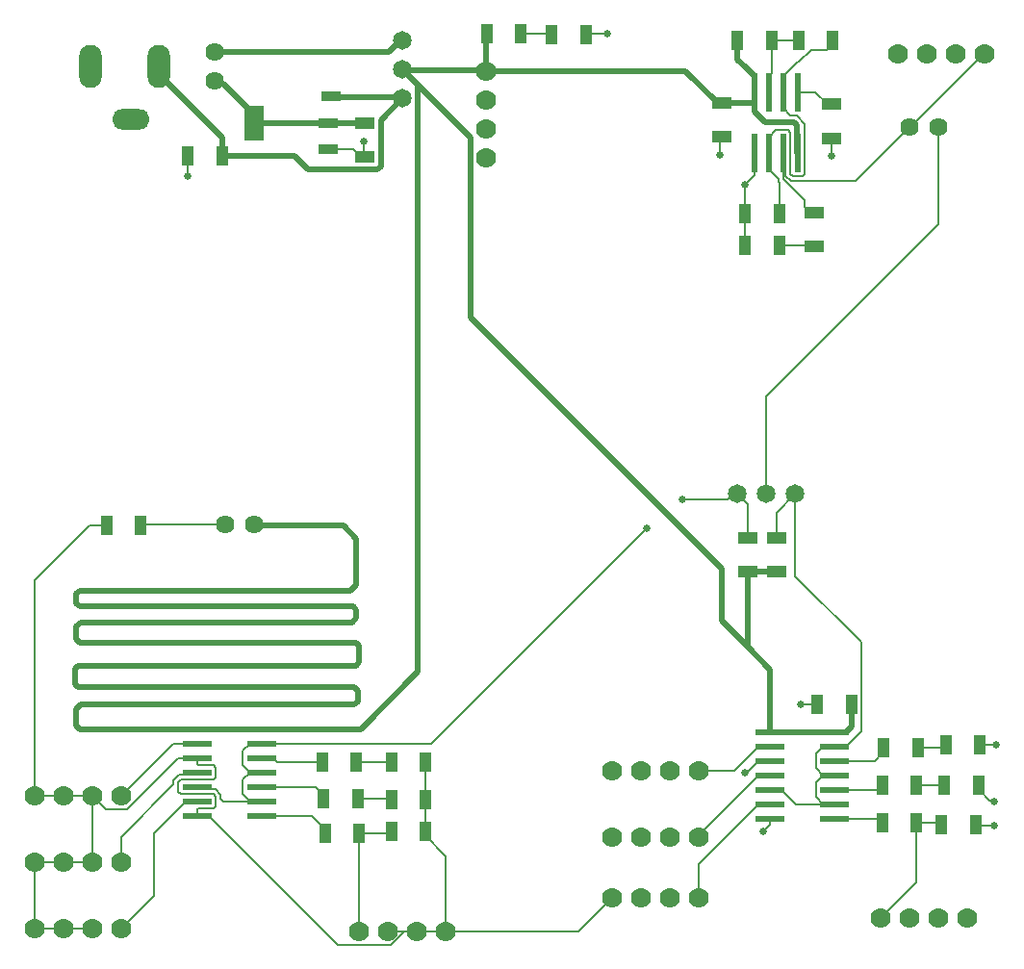
<source format=gtl>
G04*
G04 #@! TF.GenerationSoftware,Altium Limited,Altium Designer,24.1.2 (44)*
G04*
G04 Layer_Physical_Order=1*
G04 Layer_Color=255*
%FSLAX44Y44*%
%MOMM*%
G71*
G04*
G04 #@! TF.SameCoordinates,1CDE90F2-DCA2-4B6B-BF69-51DDCCDC9EC5*
G04*
G04*
G04 #@! TF.FilePolarity,Positive*
G04*
G01*
G75*
%ADD10C,0.5080*%
%ADD14C,0.1524*%
%ADD19R,1.8034X1.1176*%
%ADD20R,0.6000X3.4000*%
%ADD21R,1.1176X1.8034*%
%ADD22R,2.6500X0.6000*%
%ADD23R,1.7000X3.0988*%
%ADD24R,1.7000X0.8382*%
%ADD38C,1.7780*%
%ADD39C,1.6500*%
%ADD40C,1.6200*%
%ADD41O,2.0000X3.8000*%
%ADD42O,3.3000X1.8000*%
%ADD43C,0.6350*%
D10*
X635000Y353060D02*
X657860Y330200D01*
Y396494D01*
Y330200D02*
X677760Y310300D01*
X657860Y396494D02*
X683260D01*
X414020Y619760D02*
X635000Y398780D01*
X677760Y255270D02*
Y310300D01*
X635000Y353060D02*
Y398780D01*
X414020Y619760D02*
Y778510D01*
X317500Y257810D02*
X367660Y307970D01*
X229870Y257810D02*
X317500D01*
X749046Y260006D02*
Y279400D01*
X744310Y255270D02*
X749046Y260006D01*
X734060Y255270D02*
X744310D01*
X677760D02*
X734060D01*
X367660Y824870D02*
X414020Y778510D01*
X354965Y837565D02*
X367660Y824870D01*
X354330Y838200D02*
X354965Y837565D01*
X367660Y307970D02*
Y824870D01*
X314960Y282376D02*
Y291664D01*
X311984Y294640D02*
X314960Y291664D01*
X311984Y279400D02*
X314960Y282376D01*
X71120Y279400D02*
X311984D01*
X69016Y294640D02*
X311984D01*
X292302Y813562D02*
X353568D01*
X335407Y793877D02*
X354330Y812800D01*
X335407Y753292D02*
Y793877D01*
X353568Y813562D02*
X354330Y812800D01*
X271245Y750316D02*
X332431D01*
X335407Y753292D01*
X67310Y368736D02*
Y376754D01*
X70286Y365760D02*
X310714D01*
X67310Y368736D02*
X70286Y365760D01*
Y379730D02*
X308610D01*
X67310Y376754D02*
X70286Y379730D01*
X66040Y297616D02*
X69016Y294640D01*
X66040Y297616D02*
Y310714D01*
X67310Y275590D02*
X71120Y279400D01*
X67310Y260786D02*
Y275590D01*
X70286Y257810D02*
X173570D01*
X67310Y260786D02*
X70286Y257810D01*
X316230Y316666D02*
Y331034D01*
X66040Y310714D02*
X69016Y313690D01*
X313254D01*
X316230Y316666D01*
X313254Y334010D02*
X316230Y331034D01*
X70286Y334010D02*
X313254D01*
X67310Y336986D02*
Y347980D01*
Y336986D02*
X70286Y334010D01*
X71120Y351790D02*
X309880D01*
X67310Y347980D02*
X71120Y351790D01*
X173570Y257810D02*
X229870D01*
X224790Y436880D02*
X302260D01*
X223520Y438150D02*
X224790Y436880D01*
X302260D02*
X313690Y425450D01*
Y384810D02*
Y425450D01*
X308610Y379730D02*
X313690Y384810D01*
X310714Y365760D02*
X313690Y362784D01*
Y355600D02*
Y362784D01*
X309880Y351790D02*
X313690Y355600D01*
X673590Y791990D02*
X698394D01*
X701370Y789014D01*
Y764822D02*
Y789014D01*
X663730Y809196D02*
X664190Y808736D01*
Y801390D02*
Y808736D01*
Y801390D02*
X673590Y791990D01*
X663730Y809196D02*
Y818362D01*
X648970Y846963D02*
X655926Y840007D01*
X648970Y846963D02*
Y863600D01*
X663730Y818362D02*
Y832362D01*
X656086Y840007D02*
X663730Y832362D01*
X655926Y840007D02*
X656086D01*
X663270Y808736D02*
X663730Y809196D01*
X635000Y808736D02*
X663270D01*
X427990Y836930D02*
X603377D01*
X631571Y808736D01*
X635000D01*
X259561Y762000D02*
X271245Y750316D01*
X195326Y762000D02*
X259561D01*
X428117Y869823D02*
X428244Y869950D01*
X427990Y836930D02*
X428117Y837057D01*
Y869823D01*
X224040Y791210D02*
X289040D01*
X289167Y791083D02*
X321183D01*
X321310Y790956D01*
X289040Y791210D02*
X289167Y791083D01*
X291540Y814324D02*
X292302Y813562D01*
X354965Y837565D02*
X427355D01*
X427990Y836930D01*
X189230Y853440D02*
X342047D01*
X352206Y863600D01*
X354330D01*
X196332Y825912D02*
X224040Y798204D01*
X191358Y825912D02*
X196332D01*
X224040Y791210D02*
Y798204D01*
X189230Y828040D02*
X191358Y825912D01*
X140010Y833953D02*
Y840740D01*
Y833953D02*
X195326Y778637D01*
Y762000D02*
Y778637D01*
D14*
X392430Y80010D02*
X509270D01*
X538480Y109220D01*
X55880Y140970D02*
X81280D01*
X30480D02*
X55880D01*
Y199390D02*
X81280D01*
X30480D02*
X55880D01*
Y82550D02*
X81280D01*
X30480D02*
X55880D01*
X30480D02*
Y140970D01*
Y199390D02*
Y388620D01*
X78740Y436880D01*
X683260Y448310D02*
X699770Y464820D01*
X683260Y426466D02*
Y448310D01*
X699770Y392480D02*
Y464820D01*
Y392480D02*
X757936Y334314D01*
X648970Y464820D02*
X657860Y455930D01*
Y426466D02*
Y455930D01*
X317881Y760730D02*
X320040Y762889D01*
Y774700D01*
X310769Y768096D02*
X317881Y760984D01*
X321310D01*
X655320Y711454D02*
X655574Y711200D01*
X655320Y736600D02*
X663730Y745010D01*
Y764362D01*
X655320Y711454D02*
Y736600D01*
X731520Y762000D02*
Y777748D01*
X374396Y195580D02*
Y228600D01*
X515366Y868680D02*
X516636Y869950D01*
X534670D01*
X859536Y172720D02*
X875030D01*
X858266Y173990D02*
X859536Y172720D01*
X860806Y204851D02*
Y208280D01*
Y204851D02*
X870424Y195233D01*
X874107D01*
X875030Y194310D01*
X862076Y243840D02*
X876300D01*
X774700Y91440D02*
X806196Y122936D01*
Y175260D01*
X860806Y208280D02*
X862076Y209550D01*
X806196Y175260D02*
X827024D01*
X828294Y173990D01*
X806196Y208280D02*
X830834D01*
X829564Y241300D02*
X832104Y243840D01*
X807466Y241300D02*
X829564D01*
X734480Y179070D02*
X772414D01*
X776224Y175260D01*
X772414Y204470D02*
X776224Y208280D01*
X734480Y204470D02*
X772414D01*
X734480Y229870D02*
X769493D01*
X777494Y237871D01*
Y241300D01*
X367030Y80010D02*
X392430D01*
X355701D02*
X367030D01*
X341630D02*
X355701D01*
X297612Y67818D02*
X343509D01*
X355701Y80010D01*
X183820Y181610D02*
X297612Y67818D01*
X392430Y80010D02*
Y146177D01*
X315976Y166370D02*
X316230Y166116D01*
Y80010D02*
Y166116D01*
X374396Y167640D02*
Y195580D01*
Y164211D02*
X392430Y146177D01*
X286004Y166370D02*
Y169799D01*
X230290Y181610D02*
X274193D01*
X286004Y169799D01*
X278003Y207010D02*
X284734Y200279D01*
X230290Y207010D02*
X278003D01*
X284734Y196850D02*
Y200279D01*
X244350Y228600D02*
X283464D01*
X240540Y232410D02*
X244350Y228600D01*
X230290Y232410D02*
X240540D01*
X313436Y228600D02*
X344424D01*
X314706Y196850D02*
X343154D01*
X344424Y195580D01*
X343154Y166370D02*
X344424Y167640D01*
X315976Y166370D02*
X343154D01*
X639837Y459740D02*
X644918Y464820D01*
X648970D01*
X600710Y459740D02*
X639837D01*
X379730Y245110D02*
X568960Y434340D01*
X674370Y550586D02*
X825500Y701716D01*
Y787400D01*
X674370Y464820D02*
Y550586D01*
X78740Y436880D02*
X93980D01*
X658273Y220633D02*
X667510Y229870D01*
X677760D01*
X656243Y220633D02*
X658273D01*
X655320Y219710D02*
X656243Y220633D01*
X677760Y173570D02*
Y179070D01*
X671830Y167640D02*
X677760Y173570D01*
X704850Y279400D02*
X719074D01*
X655574Y683260D02*
Y711200D01*
X633730Y777494D02*
X635000Y778764D01*
X633730Y763270D02*
Y777494D01*
X165100Y761746D02*
X165354Y762000D01*
X165100Y744220D02*
Y761746D01*
X734480Y242570D02*
X744730D01*
X757936Y255776D01*
Y334314D01*
X724230Y191770D02*
X734480D01*
X700710D02*
X724230D01*
X688010Y204470D02*
X700710Y191770D01*
X677760Y204470D02*
X688010D01*
X717928Y198072D02*
Y210868D01*
Y198072D02*
X724230Y191770D01*
X717928Y210868D02*
X724230Y217170D01*
X734480D01*
X717928Y223472D02*
X724230Y217170D01*
X717928Y223472D02*
Y236268D01*
X724230Y242570D01*
X734480D01*
X667510Y191770D02*
X677760D01*
X614680Y109220D02*
Y138940D01*
X667510Y191770D01*
X614680Y164340D02*
X667510Y217170D01*
X614680Y162560D02*
Y164340D01*
X667510Y217170D02*
X677760D01*
X645920Y220980D02*
X667510Y242570D01*
X614680Y220980D02*
X645920D01*
X667510Y242570D02*
X677760D01*
X173570Y227124D02*
Y232410D01*
Y227124D02*
X174682Y226012D01*
X158952Y213312D02*
X188092D01*
X174682Y226012D02*
X188188D01*
X159048Y200612D02*
X188188D01*
X190122Y198678D01*
Y189942D02*
Y198678D01*
X157269Y217376D02*
X160986D01*
X157018Y202642D02*
X159048Y200612D01*
X160986Y217376D02*
X163320Y219710D01*
X188092Y213312D02*
X190122Y215342D01*
X106680Y163070D02*
X152954Y209344D01*
X190122Y215342D02*
Y224078D01*
X194186Y196644D02*
X196520Y194310D01*
X173570Y186896D02*
X174682Y188008D01*
X183820Y207010D02*
X186154Y204676D01*
X157018Y202642D02*
Y211378D01*
X158952Y213312D01*
X194186Y196644D02*
Y200361D01*
X188188Y226012D02*
X190122Y224078D01*
X186154Y204676D02*
X189871D01*
X152954Y209344D02*
Y213061D01*
X174682Y188008D02*
X188188D01*
X189871Y204676D02*
X194186Y200361D01*
X188188Y188008D02*
X190122Y189942D01*
X152954Y213061D02*
X157269Y217376D01*
X173570Y181610D02*
Y186896D01*
Y181610D02*
X183820D01*
X865505Y852170D02*
X866140D01*
X800735Y787400D02*
X865505Y852170D01*
X800100Y787400D02*
X800735D01*
X81280Y140970D02*
Y199390D01*
X93472Y187198D01*
X156942Y232410D02*
X173570D01*
X111730Y187198D02*
X156942Y232410D01*
X93472Y187198D02*
X111730D01*
X106680Y82550D02*
X135436Y111306D01*
X163320Y194310D02*
X173570D01*
X135436Y166426D02*
X163320Y194310D01*
X135436Y111306D02*
Y166426D01*
X163320Y219710D02*
X173570D01*
X106680Y140970D02*
Y163070D01*
Y199390D02*
X152400Y245110D01*
X173570D01*
X220040Y194310D02*
X230290D01*
X196520D02*
X220040D01*
X173570Y207010D02*
X183820D01*
X213738Y200612D02*
X220040Y194310D01*
X213738Y200612D02*
Y213408D01*
X220040Y219710D01*
X230290D01*
X213738Y226012D02*
X220040Y219710D01*
X213738Y226012D02*
Y238808D01*
X220040Y245110D01*
X230290D01*
X379730D01*
X125222Y438150D02*
X198120D01*
X123952Y436880D02*
X125222Y438150D01*
X685546Y711200D02*
Y739224D01*
X685066Y739705D02*
Y741726D01*
Y739705D02*
X685546Y739224D01*
X676430Y750362D02*
X685066Y741726D01*
X712851Y712216D02*
X716280D01*
X708025Y717042D02*
X712851Y712216D01*
X708025Y717042D02*
Y723136D01*
X689130Y742031D02*
X708025Y723136D01*
X689130Y742031D02*
Y764362D01*
X676430Y750362D02*
Y764362D01*
Y778363D01*
X752696Y739996D02*
X800100Y787400D01*
X695480Y746043D02*
Y782682D01*
Y746043D02*
X697462Y744060D01*
X715264Y683260D02*
X716280Y682244D01*
X685546Y683260D02*
X715264D01*
X695779Y739996D02*
X752696D01*
X691368Y744407D02*
X695779Y739996D01*
X691368Y744407D02*
Y762124D01*
X689130Y764362D02*
X691368Y762124D01*
X697462Y744060D02*
X706197D01*
X708132Y745995D02*
Y790514D01*
X676430Y778363D02*
X682732Y784664D01*
X693497D02*
X695480Y782682D01*
X706197Y744060D02*
X708132Y745995D01*
X700814Y797832D02*
X708132Y790514D01*
X695660Y797832D02*
X700814D01*
X689130Y804362D02*
X695660Y797832D01*
X689130Y804362D02*
Y818362D01*
X682732Y784664D02*
X693497D01*
X727710Y855345D02*
X732536Y860171D01*
X713584Y855345D02*
X727710D01*
X703211Y844973D02*
X713584Y855345D01*
X689130Y818362D02*
Y832362D01*
X732536Y860171D02*
Y863600D01*
X701740Y844973D02*
X703211D01*
X689130Y832362D02*
X701740Y844973D01*
X676430Y832362D02*
X678942Y834875D01*
X676430Y818362D02*
Y832362D01*
X678942Y834875D02*
Y863600D01*
X702564D01*
X728091Y807720D02*
X731520D01*
X701830Y818362D02*
X717449D01*
X728091Y807720D01*
X458216Y869950D02*
X484124D01*
X485394Y868680D01*
X289040Y768096D02*
X310769D01*
D19*
X657860Y426466D02*
D03*
Y396494D02*
D03*
X683260D02*
D03*
Y426466D02*
D03*
X635000Y778764D02*
D03*
Y808736D02*
D03*
X321310Y790956D02*
D03*
Y760984D02*
D03*
X716280Y712216D02*
D03*
Y682244D02*
D03*
X731520Y777748D02*
D03*
Y807720D02*
D03*
D20*
X663730Y818362D02*
D03*
X676430D02*
D03*
X689130D02*
D03*
X701830D02*
D03*
Y764362D02*
D03*
X689130D02*
D03*
X676430D02*
D03*
X663730D02*
D03*
D21*
X860806Y208280D02*
D03*
X830834D02*
D03*
X776224D02*
D03*
X806196D02*
D03*
X776224Y175260D02*
D03*
X806196D02*
D03*
X858266Y173990D02*
D03*
X828294D02*
D03*
X286004Y166370D02*
D03*
X315976D02*
D03*
X374396Y167640D02*
D03*
X344424D02*
D03*
X283464Y228600D02*
D03*
X313436D02*
D03*
X284734Y196850D02*
D03*
X314706D02*
D03*
X374396Y195580D02*
D03*
X344424D02*
D03*
X374396Y228600D02*
D03*
X344424D02*
D03*
X685546Y683260D02*
D03*
X655574D02*
D03*
X685546Y711200D02*
D03*
X655574D02*
D03*
X732536Y863600D02*
D03*
X702564D02*
D03*
X678942D02*
D03*
X648970D02*
D03*
X458216Y869950D02*
D03*
X428244D02*
D03*
X195326Y762000D02*
D03*
X165354D02*
D03*
X515366Y868680D02*
D03*
X485394D02*
D03*
X719074Y279400D02*
D03*
X749046D02*
D03*
X832104Y243840D02*
D03*
X862076D02*
D03*
X807466Y241300D02*
D03*
X777494D02*
D03*
X93980Y436880D02*
D03*
X123952D02*
D03*
D22*
X173570Y257810D02*
D03*
Y245110D02*
D03*
Y232410D02*
D03*
Y219710D02*
D03*
Y207010D02*
D03*
Y194310D02*
D03*
Y181610D02*
D03*
X230290D02*
D03*
Y194310D02*
D03*
Y207010D02*
D03*
Y219710D02*
D03*
Y232410D02*
D03*
Y245110D02*
D03*
X229870Y257810D02*
D03*
X734060Y255270D02*
D03*
X734480Y242570D02*
D03*
Y229870D02*
D03*
Y217170D02*
D03*
Y204470D02*
D03*
Y191770D02*
D03*
Y179070D02*
D03*
X677760D02*
D03*
Y191770D02*
D03*
Y204470D02*
D03*
Y217170D02*
D03*
Y229870D02*
D03*
Y242570D02*
D03*
Y255270D02*
D03*
D23*
X224040Y791210D02*
D03*
D24*
X289040Y768096D02*
D03*
Y791210D02*
D03*
X291540Y814324D02*
D03*
D38*
X341630Y80010D02*
D03*
X316230D02*
D03*
X392430D02*
D03*
X367030D02*
D03*
X800100Y91440D02*
D03*
X774700D02*
D03*
X850900D02*
D03*
X825500D02*
D03*
X55880Y199390D02*
D03*
X30480D02*
D03*
X106680D02*
D03*
X81280D02*
D03*
X55880Y140970D02*
D03*
X30480D02*
D03*
X106680D02*
D03*
X81280D02*
D03*
X55880Y82550D02*
D03*
X30480D02*
D03*
X106680D02*
D03*
X81280D02*
D03*
X563880Y220980D02*
D03*
X538480D02*
D03*
X614680D02*
D03*
X589280D02*
D03*
X563880Y109220D02*
D03*
X538480D02*
D03*
X614680D02*
D03*
X589280D02*
D03*
X563880Y162560D02*
D03*
X538480D02*
D03*
X614680D02*
D03*
X589280D02*
D03*
X815340Y852170D02*
D03*
X789940D02*
D03*
X866140D02*
D03*
X840740D02*
D03*
X427990Y786130D02*
D03*
Y760730D02*
D03*
Y836930D02*
D03*
Y811530D02*
D03*
D39*
X648970Y464820D02*
D03*
X674370D02*
D03*
X699770D02*
D03*
X354330Y812800D02*
D03*
Y838200D02*
D03*
Y863600D02*
D03*
D40*
X198120Y438150D02*
D03*
X223520D02*
D03*
X189230Y853440D02*
D03*
Y828040D02*
D03*
X800100Y787400D02*
D03*
X825500D02*
D03*
D41*
X140010Y840740D02*
D03*
X80010D02*
D03*
D42*
X115010Y794240D02*
D03*
D43*
X320040Y774700D02*
D03*
X655320Y736600D02*
D03*
X731520Y762000D02*
D03*
X875030Y172720D02*
D03*
Y194310D02*
D03*
X876300Y243840D02*
D03*
X568960Y434340D02*
D03*
X600710Y459740D02*
D03*
X633730Y763270D02*
D03*
X534670Y869950D02*
D03*
X165100Y744220D02*
D03*
X655320Y219710D02*
D03*
X671830Y167640D02*
D03*
X704850Y279400D02*
D03*
M02*

</source>
